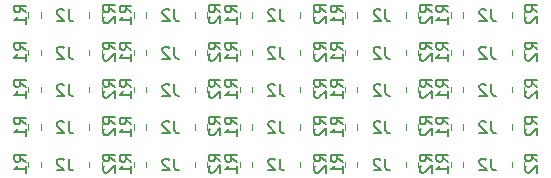
<source format=gbr>
%TF.GenerationSoftware,KiCad,Pcbnew,(6.0.7)*%
%TF.CreationDate,2023-04-05T23:06:48+08:00*%
%TF.ProjectId,MicroUSB2TypeC,4d696372-6f55-4534-9232-54797065432e,rev?*%
%TF.SameCoordinates,Original*%
%TF.FileFunction,Legend,Bot*%
%TF.FilePolarity,Positive*%
%FSLAX46Y46*%
G04 Gerber Fmt 4.6, Leading zero omitted, Abs format (unit mm)*
G04 Created by KiCad (PCBNEW (6.0.7)) date 2023-04-05 23:06:48*
%MOMM*%
%LPD*%
G01*
G04 APERTURE LIST*
%ADD10C,0.150000*%
%ADD11C,0.120000*%
G04 APERTURE END LIST*
D10*
%TO.C,R2*%
X188052380Y-93493333D02*
X187576190Y-93160000D01*
X188052380Y-92921904D02*
X187052380Y-92921904D01*
X187052380Y-93302857D01*
X187100000Y-93398095D01*
X187147619Y-93445714D01*
X187242857Y-93493333D01*
X187385714Y-93493333D01*
X187480952Y-93445714D01*
X187528571Y-93398095D01*
X187576190Y-93302857D01*
X187576190Y-92921904D01*
X187147619Y-93874285D02*
X187100000Y-93921904D01*
X187052380Y-94017142D01*
X187052380Y-94255238D01*
X187100000Y-94350476D01*
X187147619Y-94398095D01*
X187242857Y-94445714D01*
X187338095Y-94445714D01*
X187480952Y-94398095D01*
X188052380Y-93826666D01*
X188052380Y-94445714D01*
%TO.C,R1*%
X180522380Y-93513333D02*
X180046190Y-93180000D01*
X180522380Y-92941904D02*
X179522380Y-92941904D01*
X179522380Y-93322857D01*
X179570000Y-93418095D01*
X179617619Y-93465714D01*
X179712857Y-93513333D01*
X179855714Y-93513333D01*
X179950952Y-93465714D01*
X179998571Y-93418095D01*
X180046190Y-93322857D01*
X180046190Y-92941904D01*
X180522380Y-94465714D02*
X180522380Y-93894285D01*
X180522380Y-94180000D02*
X179522380Y-94180000D01*
X179665238Y-94084761D01*
X179760476Y-93989523D01*
X179808095Y-93894285D01*
%TO.C,J2*%
X184153333Y-93262380D02*
X184153333Y-93976666D01*
X184200952Y-94119523D01*
X184296190Y-94214761D01*
X184439047Y-94262380D01*
X184534285Y-94262380D01*
X183724761Y-93357619D02*
X183677142Y-93310000D01*
X183581904Y-93262380D01*
X183343809Y-93262380D01*
X183248571Y-93310000D01*
X183200952Y-93357619D01*
X183153333Y-93452857D01*
X183153333Y-93548095D01*
X183200952Y-93690952D01*
X183772380Y-94262380D01*
X183153333Y-94262380D01*
%TO.C,R2*%
X179112380Y-93493333D02*
X178636190Y-93160000D01*
X179112380Y-92921904D02*
X178112380Y-92921904D01*
X178112380Y-93302857D01*
X178160000Y-93398095D01*
X178207619Y-93445714D01*
X178302857Y-93493333D01*
X178445714Y-93493333D01*
X178540952Y-93445714D01*
X178588571Y-93398095D01*
X178636190Y-93302857D01*
X178636190Y-92921904D01*
X178207619Y-93874285D02*
X178160000Y-93921904D01*
X178112380Y-94017142D01*
X178112380Y-94255238D01*
X178160000Y-94350476D01*
X178207619Y-94398095D01*
X178302857Y-94445714D01*
X178398095Y-94445714D01*
X178540952Y-94398095D01*
X179112380Y-93826666D01*
X179112380Y-94445714D01*
%TO.C,R1*%
X171582380Y-93513333D02*
X171106190Y-93180000D01*
X171582380Y-92941904D02*
X170582380Y-92941904D01*
X170582380Y-93322857D01*
X170630000Y-93418095D01*
X170677619Y-93465714D01*
X170772857Y-93513333D01*
X170915714Y-93513333D01*
X171010952Y-93465714D01*
X171058571Y-93418095D01*
X171106190Y-93322857D01*
X171106190Y-92941904D01*
X171582380Y-94465714D02*
X171582380Y-93894285D01*
X171582380Y-94180000D02*
X170582380Y-94180000D01*
X170725238Y-94084761D01*
X170820476Y-93989523D01*
X170868095Y-93894285D01*
%TO.C,J2*%
X175213333Y-93262380D02*
X175213333Y-93976666D01*
X175260952Y-94119523D01*
X175356190Y-94214761D01*
X175499047Y-94262380D01*
X175594285Y-94262380D01*
X174784761Y-93357619D02*
X174737142Y-93310000D01*
X174641904Y-93262380D01*
X174403809Y-93262380D01*
X174308571Y-93310000D01*
X174260952Y-93357619D01*
X174213333Y-93452857D01*
X174213333Y-93548095D01*
X174260952Y-93690952D01*
X174832380Y-94262380D01*
X174213333Y-94262380D01*
%TO.C,R2*%
X170172380Y-93493333D02*
X169696190Y-93160000D01*
X170172380Y-92921904D02*
X169172380Y-92921904D01*
X169172380Y-93302857D01*
X169220000Y-93398095D01*
X169267619Y-93445714D01*
X169362857Y-93493333D01*
X169505714Y-93493333D01*
X169600952Y-93445714D01*
X169648571Y-93398095D01*
X169696190Y-93302857D01*
X169696190Y-92921904D01*
X169267619Y-93874285D02*
X169220000Y-93921904D01*
X169172380Y-94017142D01*
X169172380Y-94255238D01*
X169220000Y-94350476D01*
X169267619Y-94398095D01*
X169362857Y-94445714D01*
X169458095Y-94445714D01*
X169600952Y-94398095D01*
X170172380Y-93826666D01*
X170172380Y-94445714D01*
%TO.C,J2*%
X166273333Y-93262380D02*
X166273333Y-93976666D01*
X166320952Y-94119523D01*
X166416190Y-94214761D01*
X166559047Y-94262380D01*
X166654285Y-94262380D01*
X165844761Y-93357619D02*
X165797142Y-93310000D01*
X165701904Y-93262380D01*
X165463809Y-93262380D01*
X165368571Y-93310000D01*
X165320952Y-93357619D01*
X165273333Y-93452857D01*
X165273333Y-93548095D01*
X165320952Y-93690952D01*
X165892380Y-94262380D01*
X165273333Y-94262380D01*
%TO.C,R1*%
X162642380Y-93513333D02*
X162166190Y-93180000D01*
X162642380Y-92941904D02*
X161642380Y-92941904D01*
X161642380Y-93322857D01*
X161690000Y-93418095D01*
X161737619Y-93465714D01*
X161832857Y-93513333D01*
X161975714Y-93513333D01*
X162070952Y-93465714D01*
X162118571Y-93418095D01*
X162166190Y-93322857D01*
X162166190Y-92941904D01*
X162642380Y-94465714D02*
X162642380Y-93894285D01*
X162642380Y-94180000D02*
X161642380Y-94180000D01*
X161785238Y-94084761D01*
X161880476Y-93989523D01*
X161928095Y-93894285D01*
%TO.C,R2*%
X161232380Y-93493333D02*
X160756190Y-93160000D01*
X161232380Y-92921904D02*
X160232380Y-92921904D01*
X160232380Y-93302857D01*
X160280000Y-93398095D01*
X160327619Y-93445714D01*
X160422857Y-93493333D01*
X160565714Y-93493333D01*
X160660952Y-93445714D01*
X160708571Y-93398095D01*
X160756190Y-93302857D01*
X160756190Y-92921904D01*
X160327619Y-93874285D02*
X160280000Y-93921904D01*
X160232380Y-94017142D01*
X160232380Y-94255238D01*
X160280000Y-94350476D01*
X160327619Y-94398095D01*
X160422857Y-94445714D01*
X160518095Y-94445714D01*
X160660952Y-94398095D01*
X161232380Y-93826666D01*
X161232380Y-94445714D01*
%TO.C,R1*%
X153702380Y-93513333D02*
X153226190Y-93180000D01*
X153702380Y-92941904D02*
X152702380Y-92941904D01*
X152702380Y-93322857D01*
X152750000Y-93418095D01*
X152797619Y-93465714D01*
X152892857Y-93513333D01*
X153035714Y-93513333D01*
X153130952Y-93465714D01*
X153178571Y-93418095D01*
X153226190Y-93322857D01*
X153226190Y-92941904D01*
X153702380Y-94465714D02*
X153702380Y-93894285D01*
X153702380Y-94180000D02*
X152702380Y-94180000D01*
X152845238Y-94084761D01*
X152940476Y-93989523D01*
X152988095Y-93894285D01*
%TO.C,J2*%
X157333333Y-93262380D02*
X157333333Y-93976666D01*
X157380952Y-94119523D01*
X157476190Y-94214761D01*
X157619047Y-94262380D01*
X157714285Y-94262380D01*
X156904761Y-93357619D02*
X156857142Y-93310000D01*
X156761904Y-93262380D01*
X156523809Y-93262380D01*
X156428571Y-93310000D01*
X156380952Y-93357619D01*
X156333333Y-93452857D01*
X156333333Y-93548095D01*
X156380952Y-93690952D01*
X156952380Y-94262380D01*
X156333333Y-94262380D01*
%TO.C,R1*%
X144762380Y-93513333D02*
X144286190Y-93180000D01*
X144762380Y-92941904D02*
X143762380Y-92941904D01*
X143762380Y-93322857D01*
X143810000Y-93418095D01*
X143857619Y-93465714D01*
X143952857Y-93513333D01*
X144095714Y-93513333D01*
X144190952Y-93465714D01*
X144238571Y-93418095D01*
X144286190Y-93322857D01*
X144286190Y-92941904D01*
X144762380Y-94465714D02*
X144762380Y-93894285D01*
X144762380Y-94180000D02*
X143762380Y-94180000D01*
X143905238Y-94084761D01*
X144000476Y-93989523D01*
X144048095Y-93894285D01*
%TO.C,J2*%
X148393333Y-93262380D02*
X148393333Y-93976666D01*
X148440952Y-94119523D01*
X148536190Y-94214761D01*
X148679047Y-94262380D01*
X148774285Y-94262380D01*
X147964761Y-93357619D02*
X147917142Y-93310000D01*
X147821904Y-93262380D01*
X147583809Y-93262380D01*
X147488571Y-93310000D01*
X147440952Y-93357619D01*
X147393333Y-93452857D01*
X147393333Y-93548095D01*
X147440952Y-93690952D01*
X148012380Y-94262380D01*
X147393333Y-94262380D01*
%TO.C,R2*%
X152292380Y-93493333D02*
X151816190Y-93160000D01*
X152292380Y-92921904D02*
X151292380Y-92921904D01*
X151292380Y-93302857D01*
X151340000Y-93398095D01*
X151387619Y-93445714D01*
X151482857Y-93493333D01*
X151625714Y-93493333D01*
X151720952Y-93445714D01*
X151768571Y-93398095D01*
X151816190Y-93302857D01*
X151816190Y-92921904D01*
X151387619Y-93874285D02*
X151340000Y-93921904D01*
X151292380Y-94017142D01*
X151292380Y-94255238D01*
X151340000Y-94350476D01*
X151387619Y-94398095D01*
X151482857Y-94445714D01*
X151578095Y-94445714D01*
X151720952Y-94398095D01*
X152292380Y-93826666D01*
X152292380Y-94445714D01*
X188052380Y-90333333D02*
X187576190Y-90000000D01*
X188052380Y-89761904D02*
X187052380Y-89761904D01*
X187052380Y-90142857D01*
X187100000Y-90238095D01*
X187147619Y-90285714D01*
X187242857Y-90333333D01*
X187385714Y-90333333D01*
X187480952Y-90285714D01*
X187528571Y-90238095D01*
X187576190Y-90142857D01*
X187576190Y-89761904D01*
X187147619Y-90714285D02*
X187100000Y-90761904D01*
X187052380Y-90857142D01*
X187052380Y-91095238D01*
X187100000Y-91190476D01*
X187147619Y-91238095D01*
X187242857Y-91285714D01*
X187338095Y-91285714D01*
X187480952Y-91238095D01*
X188052380Y-90666666D01*
X188052380Y-91285714D01*
%TO.C,R1*%
X180522380Y-90353333D02*
X180046190Y-90020000D01*
X180522380Y-89781904D02*
X179522380Y-89781904D01*
X179522380Y-90162857D01*
X179570000Y-90258095D01*
X179617619Y-90305714D01*
X179712857Y-90353333D01*
X179855714Y-90353333D01*
X179950952Y-90305714D01*
X179998571Y-90258095D01*
X180046190Y-90162857D01*
X180046190Y-89781904D01*
X180522380Y-91305714D02*
X180522380Y-90734285D01*
X180522380Y-91020000D02*
X179522380Y-91020000D01*
X179665238Y-90924761D01*
X179760476Y-90829523D01*
X179808095Y-90734285D01*
%TO.C,J2*%
X184153333Y-90102380D02*
X184153333Y-90816666D01*
X184200952Y-90959523D01*
X184296190Y-91054761D01*
X184439047Y-91102380D01*
X184534285Y-91102380D01*
X183724761Y-90197619D02*
X183677142Y-90150000D01*
X183581904Y-90102380D01*
X183343809Y-90102380D01*
X183248571Y-90150000D01*
X183200952Y-90197619D01*
X183153333Y-90292857D01*
X183153333Y-90388095D01*
X183200952Y-90530952D01*
X183772380Y-91102380D01*
X183153333Y-91102380D01*
%TO.C,R2*%
X179112380Y-90333333D02*
X178636190Y-90000000D01*
X179112380Y-89761904D02*
X178112380Y-89761904D01*
X178112380Y-90142857D01*
X178160000Y-90238095D01*
X178207619Y-90285714D01*
X178302857Y-90333333D01*
X178445714Y-90333333D01*
X178540952Y-90285714D01*
X178588571Y-90238095D01*
X178636190Y-90142857D01*
X178636190Y-89761904D01*
X178207619Y-90714285D02*
X178160000Y-90761904D01*
X178112380Y-90857142D01*
X178112380Y-91095238D01*
X178160000Y-91190476D01*
X178207619Y-91238095D01*
X178302857Y-91285714D01*
X178398095Y-91285714D01*
X178540952Y-91238095D01*
X179112380Y-90666666D01*
X179112380Y-91285714D01*
%TO.C,R1*%
X171582380Y-90353333D02*
X171106190Y-90020000D01*
X171582380Y-89781904D02*
X170582380Y-89781904D01*
X170582380Y-90162857D01*
X170630000Y-90258095D01*
X170677619Y-90305714D01*
X170772857Y-90353333D01*
X170915714Y-90353333D01*
X171010952Y-90305714D01*
X171058571Y-90258095D01*
X171106190Y-90162857D01*
X171106190Y-89781904D01*
X171582380Y-91305714D02*
X171582380Y-90734285D01*
X171582380Y-91020000D02*
X170582380Y-91020000D01*
X170725238Y-90924761D01*
X170820476Y-90829523D01*
X170868095Y-90734285D01*
%TO.C,J2*%
X175213333Y-90102380D02*
X175213333Y-90816666D01*
X175260952Y-90959523D01*
X175356190Y-91054761D01*
X175499047Y-91102380D01*
X175594285Y-91102380D01*
X174784761Y-90197619D02*
X174737142Y-90150000D01*
X174641904Y-90102380D01*
X174403809Y-90102380D01*
X174308571Y-90150000D01*
X174260952Y-90197619D01*
X174213333Y-90292857D01*
X174213333Y-90388095D01*
X174260952Y-90530952D01*
X174832380Y-91102380D01*
X174213333Y-91102380D01*
%TO.C,R2*%
X170172380Y-90333333D02*
X169696190Y-90000000D01*
X170172380Y-89761904D02*
X169172380Y-89761904D01*
X169172380Y-90142857D01*
X169220000Y-90238095D01*
X169267619Y-90285714D01*
X169362857Y-90333333D01*
X169505714Y-90333333D01*
X169600952Y-90285714D01*
X169648571Y-90238095D01*
X169696190Y-90142857D01*
X169696190Y-89761904D01*
X169267619Y-90714285D02*
X169220000Y-90761904D01*
X169172380Y-90857142D01*
X169172380Y-91095238D01*
X169220000Y-91190476D01*
X169267619Y-91238095D01*
X169362857Y-91285714D01*
X169458095Y-91285714D01*
X169600952Y-91238095D01*
X170172380Y-90666666D01*
X170172380Y-91285714D01*
%TO.C,R1*%
X162642380Y-90353333D02*
X162166190Y-90020000D01*
X162642380Y-89781904D02*
X161642380Y-89781904D01*
X161642380Y-90162857D01*
X161690000Y-90258095D01*
X161737619Y-90305714D01*
X161832857Y-90353333D01*
X161975714Y-90353333D01*
X162070952Y-90305714D01*
X162118571Y-90258095D01*
X162166190Y-90162857D01*
X162166190Y-89781904D01*
X162642380Y-91305714D02*
X162642380Y-90734285D01*
X162642380Y-91020000D02*
X161642380Y-91020000D01*
X161785238Y-90924761D01*
X161880476Y-90829523D01*
X161928095Y-90734285D01*
%TO.C,J2*%
X166273333Y-90102380D02*
X166273333Y-90816666D01*
X166320952Y-90959523D01*
X166416190Y-91054761D01*
X166559047Y-91102380D01*
X166654285Y-91102380D01*
X165844761Y-90197619D02*
X165797142Y-90150000D01*
X165701904Y-90102380D01*
X165463809Y-90102380D01*
X165368571Y-90150000D01*
X165320952Y-90197619D01*
X165273333Y-90292857D01*
X165273333Y-90388095D01*
X165320952Y-90530952D01*
X165892380Y-91102380D01*
X165273333Y-91102380D01*
%TO.C,R2*%
X161232380Y-90333333D02*
X160756190Y-90000000D01*
X161232380Y-89761904D02*
X160232380Y-89761904D01*
X160232380Y-90142857D01*
X160280000Y-90238095D01*
X160327619Y-90285714D01*
X160422857Y-90333333D01*
X160565714Y-90333333D01*
X160660952Y-90285714D01*
X160708571Y-90238095D01*
X160756190Y-90142857D01*
X160756190Y-89761904D01*
X160327619Y-90714285D02*
X160280000Y-90761904D01*
X160232380Y-90857142D01*
X160232380Y-91095238D01*
X160280000Y-91190476D01*
X160327619Y-91238095D01*
X160422857Y-91285714D01*
X160518095Y-91285714D01*
X160660952Y-91238095D01*
X161232380Y-90666666D01*
X161232380Y-91285714D01*
%TO.C,R1*%
X153702380Y-90353333D02*
X153226190Y-90020000D01*
X153702380Y-89781904D02*
X152702380Y-89781904D01*
X152702380Y-90162857D01*
X152750000Y-90258095D01*
X152797619Y-90305714D01*
X152892857Y-90353333D01*
X153035714Y-90353333D01*
X153130952Y-90305714D01*
X153178571Y-90258095D01*
X153226190Y-90162857D01*
X153226190Y-89781904D01*
X153702380Y-91305714D02*
X153702380Y-90734285D01*
X153702380Y-91020000D02*
X152702380Y-91020000D01*
X152845238Y-90924761D01*
X152940476Y-90829523D01*
X152988095Y-90734285D01*
%TO.C,J2*%
X157333333Y-90102380D02*
X157333333Y-90816666D01*
X157380952Y-90959523D01*
X157476190Y-91054761D01*
X157619047Y-91102380D01*
X157714285Y-91102380D01*
X156904761Y-90197619D02*
X156857142Y-90150000D01*
X156761904Y-90102380D01*
X156523809Y-90102380D01*
X156428571Y-90150000D01*
X156380952Y-90197619D01*
X156333333Y-90292857D01*
X156333333Y-90388095D01*
X156380952Y-90530952D01*
X156952380Y-91102380D01*
X156333333Y-91102380D01*
%TO.C,R2*%
X152292380Y-90333333D02*
X151816190Y-90000000D01*
X152292380Y-89761904D02*
X151292380Y-89761904D01*
X151292380Y-90142857D01*
X151340000Y-90238095D01*
X151387619Y-90285714D01*
X151482857Y-90333333D01*
X151625714Y-90333333D01*
X151720952Y-90285714D01*
X151768571Y-90238095D01*
X151816190Y-90142857D01*
X151816190Y-89761904D01*
X151387619Y-90714285D02*
X151340000Y-90761904D01*
X151292380Y-90857142D01*
X151292380Y-91095238D01*
X151340000Y-91190476D01*
X151387619Y-91238095D01*
X151482857Y-91285714D01*
X151578095Y-91285714D01*
X151720952Y-91238095D01*
X152292380Y-90666666D01*
X152292380Y-91285714D01*
%TO.C,R1*%
X144762380Y-90353333D02*
X144286190Y-90020000D01*
X144762380Y-89781904D02*
X143762380Y-89781904D01*
X143762380Y-90162857D01*
X143810000Y-90258095D01*
X143857619Y-90305714D01*
X143952857Y-90353333D01*
X144095714Y-90353333D01*
X144190952Y-90305714D01*
X144238571Y-90258095D01*
X144286190Y-90162857D01*
X144286190Y-89781904D01*
X144762380Y-91305714D02*
X144762380Y-90734285D01*
X144762380Y-91020000D02*
X143762380Y-91020000D01*
X143905238Y-90924761D01*
X144000476Y-90829523D01*
X144048095Y-90734285D01*
%TO.C,J2*%
X148393333Y-90102380D02*
X148393333Y-90816666D01*
X148440952Y-90959523D01*
X148536190Y-91054761D01*
X148679047Y-91102380D01*
X148774285Y-91102380D01*
X147964761Y-90197619D02*
X147917142Y-90150000D01*
X147821904Y-90102380D01*
X147583809Y-90102380D01*
X147488571Y-90150000D01*
X147440952Y-90197619D01*
X147393333Y-90292857D01*
X147393333Y-90388095D01*
X147440952Y-90530952D01*
X148012380Y-91102380D01*
X147393333Y-91102380D01*
%TO.C,R2*%
X188052380Y-87173333D02*
X187576190Y-86840000D01*
X188052380Y-86601904D02*
X187052380Y-86601904D01*
X187052380Y-86982857D01*
X187100000Y-87078095D01*
X187147619Y-87125714D01*
X187242857Y-87173333D01*
X187385714Y-87173333D01*
X187480952Y-87125714D01*
X187528571Y-87078095D01*
X187576190Y-86982857D01*
X187576190Y-86601904D01*
X187147619Y-87554285D02*
X187100000Y-87601904D01*
X187052380Y-87697142D01*
X187052380Y-87935238D01*
X187100000Y-88030476D01*
X187147619Y-88078095D01*
X187242857Y-88125714D01*
X187338095Y-88125714D01*
X187480952Y-88078095D01*
X188052380Y-87506666D01*
X188052380Y-88125714D01*
%TO.C,R1*%
X180522380Y-87193333D02*
X180046190Y-86860000D01*
X180522380Y-86621904D02*
X179522380Y-86621904D01*
X179522380Y-87002857D01*
X179570000Y-87098095D01*
X179617619Y-87145714D01*
X179712857Y-87193333D01*
X179855714Y-87193333D01*
X179950952Y-87145714D01*
X179998571Y-87098095D01*
X180046190Y-87002857D01*
X180046190Y-86621904D01*
X180522380Y-88145714D02*
X180522380Y-87574285D01*
X180522380Y-87860000D02*
X179522380Y-87860000D01*
X179665238Y-87764761D01*
X179760476Y-87669523D01*
X179808095Y-87574285D01*
%TO.C,J2*%
X184153333Y-86942380D02*
X184153333Y-87656666D01*
X184200952Y-87799523D01*
X184296190Y-87894761D01*
X184439047Y-87942380D01*
X184534285Y-87942380D01*
X183724761Y-87037619D02*
X183677142Y-86990000D01*
X183581904Y-86942380D01*
X183343809Y-86942380D01*
X183248571Y-86990000D01*
X183200952Y-87037619D01*
X183153333Y-87132857D01*
X183153333Y-87228095D01*
X183200952Y-87370952D01*
X183772380Y-87942380D01*
X183153333Y-87942380D01*
%TO.C,R2*%
X179112380Y-87173333D02*
X178636190Y-86840000D01*
X179112380Y-86601904D02*
X178112380Y-86601904D01*
X178112380Y-86982857D01*
X178160000Y-87078095D01*
X178207619Y-87125714D01*
X178302857Y-87173333D01*
X178445714Y-87173333D01*
X178540952Y-87125714D01*
X178588571Y-87078095D01*
X178636190Y-86982857D01*
X178636190Y-86601904D01*
X178207619Y-87554285D02*
X178160000Y-87601904D01*
X178112380Y-87697142D01*
X178112380Y-87935238D01*
X178160000Y-88030476D01*
X178207619Y-88078095D01*
X178302857Y-88125714D01*
X178398095Y-88125714D01*
X178540952Y-88078095D01*
X179112380Y-87506666D01*
X179112380Y-88125714D01*
%TO.C,R1*%
X171582380Y-87193333D02*
X171106190Y-86860000D01*
X171582380Y-86621904D02*
X170582380Y-86621904D01*
X170582380Y-87002857D01*
X170630000Y-87098095D01*
X170677619Y-87145714D01*
X170772857Y-87193333D01*
X170915714Y-87193333D01*
X171010952Y-87145714D01*
X171058571Y-87098095D01*
X171106190Y-87002857D01*
X171106190Y-86621904D01*
X171582380Y-88145714D02*
X171582380Y-87574285D01*
X171582380Y-87860000D02*
X170582380Y-87860000D01*
X170725238Y-87764761D01*
X170820476Y-87669523D01*
X170868095Y-87574285D01*
%TO.C,J2*%
X175213333Y-86942380D02*
X175213333Y-87656666D01*
X175260952Y-87799523D01*
X175356190Y-87894761D01*
X175499047Y-87942380D01*
X175594285Y-87942380D01*
X174784761Y-87037619D02*
X174737142Y-86990000D01*
X174641904Y-86942380D01*
X174403809Y-86942380D01*
X174308571Y-86990000D01*
X174260952Y-87037619D01*
X174213333Y-87132857D01*
X174213333Y-87228095D01*
X174260952Y-87370952D01*
X174832380Y-87942380D01*
X174213333Y-87942380D01*
%TO.C,R2*%
X170172380Y-87173333D02*
X169696190Y-86840000D01*
X170172380Y-86601904D02*
X169172380Y-86601904D01*
X169172380Y-86982857D01*
X169220000Y-87078095D01*
X169267619Y-87125714D01*
X169362857Y-87173333D01*
X169505714Y-87173333D01*
X169600952Y-87125714D01*
X169648571Y-87078095D01*
X169696190Y-86982857D01*
X169696190Y-86601904D01*
X169267619Y-87554285D02*
X169220000Y-87601904D01*
X169172380Y-87697142D01*
X169172380Y-87935238D01*
X169220000Y-88030476D01*
X169267619Y-88078095D01*
X169362857Y-88125714D01*
X169458095Y-88125714D01*
X169600952Y-88078095D01*
X170172380Y-87506666D01*
X170172380Y-88125714D01*
%TO.C,R1*%
X162642380Y-87193333D02*
X162166190Y-86860000D01*
X162642380Y-86621904D02*
X161642380Y-86621904D01*
X161642380Y-87002857D01*
X161690000Y-87098095D01*
X161737619Y-87145714D01*
X161832857Y-87193333D01*
X161975714Y-87193333D01*
X162070952Y-87145714D01*
X162118571Y-87098095D01*
X162166190Y-87002857D01*
X162166190Y-86621904D01*
X162642380Y-88145714D02*
X162642380Y-87574285D01*
X162642380Y-87860000D02*
X161642380Y-87860000D01*
X161785238Y-87764761D01*
X161880476Y-87669523D01*
X161928095Y-87574285D01*
%TO.C,J2*%
X166273333Y-86942380D02*
X166273333Y-87656666D01*
X166320952Y-87799523D01*
X166416190Y-87894761D01*
X166559047Y-87942380D01*
X166654285Y-87942380D01*
X165844761Y-87037619D02*
X165797142Y-86990000D01*
X165701904Y-86942380D01*
X165463809Y-86942380D01*
X165368571Y-86990000D01*
X165320952Y-87037619D01*
X165273333Y-87132857D01*
X165273333Y-87228095D01*
X165320952Y-87370952D01*
X165892380Y-87942380D01*
X165273333Y-87942380D01*
%TO.C,R2*%
X161232380Y-87173333D02*
X160756190Y-86840000D01*
X161232380Y-86601904D02*
X160232380Y-86601904D01*
X160232380Y-86982857D01*
X160280000Y-87078095D01*
X160327619Y-87125714D01*
X160422857Y-87173333D01*
X160565714Y-87173333D01*
X160660952Y-87125714D01*
X160708571Y-87078095D01*
X160756190Y-86982857D01*
X160756190Y-86601904D01*
X160327619Y-87554285D02*
X160280000Y-87601904D01*
X160232380Y-87697142D01*
X160232380Y-87935238D01*
X160280000Y-88030476D01*
X160327619Y-88078095D01*
X160422857Y-88125714D01*
X160518095Y-88125714D01*
X160660952Y-88078095D01*
X161232380Y-87506666D01*
X161232380Y-88125714D01*
%TO.C,R1*%
X153702380Y-87193333D02*
X153226190Y-86860000D01*
X153702380Y-86621904D02*
X152702380Y-86621904D01*
X152702380Y-87002857D01*
X152750000Y-87098095D01*
X152797619Y-87145714D01*
X152892857Y-87193333D01*
X153035714Y-87193333D01*
X153130952Y-87145714D01*
X153178571Y-87098095D01*
X153226190Y-87002857D01*
X153226190Y-86621904D01*
X153702380Y-88145714D02*
X153702380Y-87574285D01*
X153702380Y-87860000D02*
X152702380Y-87860000D01*
X152845238Y-87764761D01*
X152940476Y-87669523D01*
X152988095Y-87574285D01*
%TO.C,J2*%
X157333333Y-86942380D02*
X157333333Y-87656666D01*
X157380952Y-87799523D01*
X157476190Y-87894761D01*
X157619047Y-87942380D01*
X157714285Y-87942380D01*
X156904761Y-87037619D02*
X156857142Y-86990000D01*
X156761904Y-86942380D01*
X156523809Y-86942380D01*
X156428571Y-86990000D01*
X156380952Y-87037619D01*
X156333333Y-87132857D01*
X156333333Y-87228095D01*
X156380952Y-87370952D01*
X156952380Y-87942380D01*
X156333333Y-87942380D01*
%TO.C,R2*%
X152292380Y-87173333D02*
X151816190Y-86840000D01*
X152292380Y-86601904D02*
X151292380Y-86601904D01*
X151292380Y-86982857D01*
X151340000Y-87078095D01*
X151387619Y-87125714D01*
X151482857Y-87173333D01*
X151625714Y-87173333D01*
X151720952Y-87125714D01*
X151768571Y-87078095D01*
X151816190Y-86982857D01*
X151816190Y-86601904D01*
X151387619Y-87554285D02*
X151340000Y-87601904D01*
X151292380Y-87697142D01*
X151292380Y-87935238D01*
X151340000Y-88030476D01*
X151387619Y-88078095D01*
X151482857Y-88125714D01*
X151578095Y-88125714D01*
X151720952Y-88078095D01*
X152292380Y-87506666D01*
X152292380Y-88125714D01*
%TO.C,R1*%
X144762380Y-87193333D02*
X144286190Y-86860000D01*
X144762380Y-86621904D02*
X143762380Y-86621904D01*
X143762380Y-87002857D01*
X143810000Y-87098095D01*
X143857619Y-87145714D01*
X143952857Y-87193333D01*
X144095714Y-87193333D01*
X144190952Y-87145714D01*
X144238571Y-87098095D01*
X144286190Y-87002857D01*
X144286190Y-86621904D01*
X144762380Y-88145714D02*
X144762380Y-87574285D01*
X144762380Y-87860000D02*
X143762380Y-87860000D01*
X143905238Y-87764761D01*
X144000476Y-87669523D01*
X144048095Y-87574285D01*
%TO.C,J2*%
X148393333Y-86942380D02*
X148393333Y-87656666D01*
X148440952Y-87799523D01*
X148536190Y-87894761D01*
X148679047Y-87942380D01*
X148774285Y-87942380D01*
X147964761Y-87037619D02*
X147917142Y-86990000D01*
X147821904Y-86942380D01*
X147583809Y-86942380D01*
X147488571Y-86990000D01*
X147440952Y-87037619D01*
X147393333Y-87132857D01*
X147393333Y-87228095D01*
X147440952Y-87370952D01*
X148012380Y-87942380D01*
X147393333Y-87942380D01*
%TO.C,R2*%
X188052380Y-84013333D02*
X187576190Y-83680000D01*
X188052380Y-83441904D02*
X187052380Y-83441904D01*
X187052380Y-83822857D01*
X187100000Y-83918095D01*
X187147619Y-83965714D01*
X187242857Y-84013333D01*
X187385714Y-84013333D01*
X187480952Y-83965714D01*
X187528571Y-83918095D01*
X187576190Y-83822857D01*
X187576190Y-83441904D01*
X187147619Y-84394285D02*
X187100000Y-84441904D01*
X187052380Y-84537142D01*
X187052380Y-84775238D01*
X187100000Y-84870476D01*
X187147619Y-84918095D01*
X187242857Y-84965714D01*
X187338095Y-84965714D01*
X187480952Y-84918095D01*
X188052380Y-84346666D01*
X188052380Y-84965714D01*
%TO.C,R1*%
X180522380Y-84033333D02*
X180046190Y-83700000D01*
X180522380Y-83461904D02*
X179522380Y-83461904D01*
X179522380Y-83842857D01*
X179570000Y-83938095D01*
X179617619Y-83985714D01*
X179712857Y-84033333D01*
X179855714Y-84033333D01*
X179950952Y-83985714D01*
X179998571Y-83938095D01*
X180046190Y-83842857D01*
X180046190Y-83461904D01*
X180522380Y-84985714D02*
X180522380Y-84414285D01*
X180522380Y-84700000D02*
X179522380Y-84700000D01*
X179665238Y-84604761D01*
X179760476Y-84509523D01*
X179808095Y-84414285D01*
%TO.C,J2*%
X184153333Y-83782380D02*
X184153333Y-84496666D01*
X184200952Y-84639523D01*
X184296190Y-84734761D01*
X184439047Y-84782380D01*
X184534285Y-84782380D01*
X183724761Y-83877619D02*
X183677142Y-83830000D01*
X183581904Y-83782380D01*
X183343809Y-83782380D01*
X183248571Y-83830000D01*
X183200952Y-83877619D01*
X183153333Y-83972857D01*
X183153333Y-84068095D01*
X183200952Y-84210952D01*
X183772380Y-84782380D01*
X183153333Y-84782380D01*
%TO.C,R2*%
X179112380Y-84013333D02*
X178636190Y-83680000D01*
X179112380Y-83441904D02*
X178112380Y-83441904D01*
X178112380Y-83822857D01*
X178160000Y-83918095D01*
X178207619Y-83965714D01*
X178302857Y-84013333D01*
X178445714Y-84013333D01*
X178540952Y-83965714D01*
X178588571Y-83918095D01*
X178636190Y-83822857D01*
X178636190Y-83441904D01*
X178207619Y-84394285D02*
X178160000Y-84441904D01*
X178112380Y-84537142D01*
X178112380Y-84775238D01*
X178160000Y-84870476D01*
X178207619Y-84918095D01*
X178302857Y-84965714D01*
X178398095Y-84965714D01*
X178540952Y-84918095D01*
X179112380Y-84346666D01*
X179112380Y-84965714D01*
%TO.C,R1*%
X171582380Y-84033333D02*
X171106190Y-83700000D01*
X171582380Y-83461904D02*
X170582380Y-83461904D01*
X170582380Y-83842857D01*
X170630000Y-83938095D01*
X170677619Y-83985714D01*
X170772857Y-84033333D01*
X170915714Y-84033333D01*
X171010952Y-83985714D01*
X171058571Y-83938095D01*
X171106190Y-83842857D01*
X171106190Y-83461904D01*
X171582380Y-84985714D02*
X171582380Y-84414285D01*
X171582380Y-84700000D02*
X170582380Y-84700000D01*
X170725238Y-84604761D01*
X170820476Y-84509523D01*
X170868095Y-84414285D01*
%TO.C,J2*%
X175213333Y-83782380D02*
X175213333Y-84496666D01*
X175260952Y-84639523D01*
X175356190Y-84734761D01*
X175499047Y-84782380D01*
X175594285Y-84782380D01*
X174784761Y-83877619D02*
X174737142Y-83830000D01*
X174641904Y-83782380D01*
X174403809Y-83782380D01*
X174308571Y-83830000D01*
X174260952Y-83877619D01*
X174213333Y-83972857D01*
X174213333Y-84068095D01*
X174260952Y-84210952D01*
X174832380Y-84782380D01*
X174213333Y-84782380D01*
%TO.C,R2*%
X170172380Y-84013333D02*
X169696190Y-83680000D01*
X170172380Y-83441904D02*
X169172380Y-83441904D01*
X169172380Y-83822857D01*
X169220000Y-83918095D01*
X169267619Y-83965714D01*
X169362857Y-84013333D01*
X169505714Y-84013333D01*
X169600952Y-83965714D01*
X169648571Y-83918095D01*
X169696190Y-83822857D01*
X169696190Y-83441904D01*
X169267619Y-84394285D02*
X169220000Y-84441904D01*
X169172380Y-84537142D01*
X169172380Y-84775238D01*
X169220000Y-84870476D01*
X169267619Y-84918095D01*
X169362857Y-84965714D01*
X169458095Y-84965714D01*
X169600952Y-84918095D01*
X170172380Y-84346666D01*
X170172380Y-84965714D01*
%TO.C,R1*%
X162642380Y-84033333D02*
X162166190Y-83700000D01*
X162642380Y-83461904D02*
X161642380Y-83461904D01*
X161642380Y-83842857D01*
X161690000Y-83938095D01*
X161737619Y-83985714D01*
X161832857Y-84033333D01*
X161975714Y-84033333D01*
X162070952Y-83985714D01*
X162118571Y-83938095D01*
X162166190Y-83842857D01*
X162166190Y-83461904D01*
X162642380Y-84985714D02*
X162642380Y-84414285D01*
X162642380Y-84700000D02*
X161642380Y-84700000D01*
X161785238Y-84604761D01*
X161880476Y-84509523D01*
X161928095Y-84414285D01*
%TO.C,J2*%
X166273333Y-83782380D02*
X166273333Y-84496666D01*
X166320952Y-84639523D01*
X166416190Y-84734761D01*
X166559047Y-84782380D01*
X166654285Y-84782380D01*
X165844761Y-83877619D02*
X165797142Y-83830000D01*
X165701904Y-83782380D01*
X165463809Y-83782380D01*
X165368571Y-83830000D01*
X165320952Y-83877619D01*
X165273333Y-83972857D01*
X165273333Y-84068095D01*
X165320952Y-84210952D01*
X165892380Y-84782380D01*
X165273333Y-84782380D01*
%TO.C,R2*%
X161232380Y-84013333D02*
X160756190Y-83680000D01*
X161232380Y-83441904D02*
X160232380Y-83441904D01*
X160232380Y-83822857D01*
X160280000Y-83918095D01*
X160327619Y-83965714D01*
X160422857Y-84013333D01*
X160565714Y-84013333D01*
X160660952Y-83965714D01*
X160708571Y-83918095D01*
X160756190Y-83822857D01*
X160756190Y-83441904D01*
X160327619Y-84394285D02*
X160280000Y-84441904D01*
X160232380Y-84537142D01*
X160232380Y-84775238D01*
X160280000Y-84870476D01*
X160327619Y-84918095D01*
X160422857Y-84965714D01*
X160518095Y-84965714D01*
X160660952Y-84918095D01*
X161232380Y-84346666D01*
X161232380Y-84965714D01*
%TO.C,R1*%
X153702380Y-84033333D02*
X153226190Y-83700000D01*
X153702380Y-83461904D02*
X152702380Y-83461904D01*
X152702380Y-83842857D01*
X152750000Y-83938095D01*
X152797619Y-83985714D01*
X152892857Y-84033333D01*
X153035714Y-84033333D01*
X153130952Y-83985714D01*
X153178571Y-83938095D01*
X153226190Y-83842857D01*
X153226190Y-83461904D01*
X153702380Y-84985714D02*
X153702380Y-84414285D01*
X153702380Y-84700000D02*
X152702380Y-84700000D01*
X152845238Y-84604761D01*
X152940476Y-84509523D01*
X152988095Y-84414285D01*
%TO.C,J2*%
X157333333Y-83782380D02*
X157333333Y-84496666D01*
X157380952Y-84639523D01*
X157476190Y-84734761D01*
X157619047Y-84782380D01*
X157714285Y-84782380D01*
X156904761Y-83877619D02*
X156857142Y-83830000D01*
X156761904Y-83782380D01*
X156523809Y-83782380D01*
X156428571Y-83830000D01*
X156380952Y-83877619D01*
X156333333Y-83972857D01*
X156333333Y-84068095D01*
X156380952Y-84210952D01*
X156952380Y-84782380D01*
X156333333Y-84782380D01*
%TO.C,R2*%
X152292380Y-84013333D02*
X151816190Y-83680000D01*
X152292380Y-83441904D02*
X151292380Y-83441904D01*
X151292380Y-83822857D01*
X151340000Y-83918095D01*
X151387619Y-83965714D01*
X151482857Y-84013333D01*
X151625714Y-84013333D01*
X151720952Y-83965714D01*
X151768571Y-83918095D01*
X151816190Y-83822857D01*
X151816190Y-83441904D01*
X151387619Y-84394285D02*
X151340000Y-84441904D01*
X151292380Y-84537142D01*
X151292380Y-84775238D01*
X151340000Y-84870476D01*
X151387619Y-84918095D01*
X151482857Y-84965714D01*
X151578095Y-84965714D01*
X151720952Y-84918095D01*
X152292380Y-84346666D01*
X152292380Y-84965714D01*
%TO.C,R1*%
X144762380Y-84033333D02*
X144286190Y-83700000D01*
X144762380Y-83461904D02*
X143762380Y-83461904D01*
X143762380Y-83842857D01*
X143810000Y-83938095D01*
X143857619Y-83985714D01*
X143952857Y-84033333D01*
X144095714Y-84033333D01*
X144190952Y-83985714D01*
X144238571Y-83938095D01*
X144286190Y-83842857D01*
X144286190Y-83461904D01*
X144762380Y-84985714D02*
X144762380Y-84414285D01*
X144762380Y-84700000D02*
X143762380Y-84700000D01*
X143905238Y-84604761D01*
X144000476Y-84509523D01*
X144048095Y-84414285D01*
%TO.C,J2*%
X148393333Y-83782380D02*
X148393333Y-84496666D01*
X148440952Y-84639523D01*
X148536190Y-84734761D01*
X148679047Y-84782380D01*
X148774285Y-84782380D01*
X147964761Y-83877619D02*
X147917142Y-83830000D01*
X147821904Y-83782380D01*
X147583809Y-83782380D01*
X147488571Y-83830000D01*
X147440952Y-83877619D01*
X147393333Y-83972857D01*
X147393333Y-84068095D01*
X147440952Y-84210952D01*
X148012380Y-84782380D01*
X147393333Y-84782380D01*
%TO.C,R2*%
X188052380Y-80853333D02*
X187576190Y-80520000D01*
X188052380Y-80281904D02*
X187052380Y-80281904D01*
X187052380Y-80662857D01*
X187100000Y-80758095D01*
X187147619Y-80805714D01*
X187242857Y-80853333D01*
X187385714Y-80853333D01*
X187480952Y-80805714D01*
X187528571Y-80758095D01*
X187576190Y-80662857D01*
X187576190Y-80281904D01*
X187147619Y-81234285D02*
X187100000Y-81281904D01*
X187052380Y-81377142D01*
X187052380Y-81615238D01*
X187100000Y-81710476D01*
X187147619Y-81758095D01*
X187242857Y-81805714D01*
X187338095Y-81805714D01*
X187480952Y-81758095D01*
X188052380Y-81186666D01*
X188052380Y-81805714D01*
%TO.C,R1*%
X180522380Y-80873333D02*
X180046190Y-80540000D01*
X180522380Y-80301904D02*
X179522380Y-80301904D01*
X179522380Y-80682857D01*
X179570000Y-80778095D01*
X179617619Y-80825714D01*
X179712857Y-80873333D01*
X179855714Y-80873333D01*
X179950952Y-80825714D01*
X179998571Y-80778095D01*
X180046190Y-80682857D01*
X180046190Y-80301904D01*
X180522380Y-81825714D02*
X180522380Y-81254285D01*
X180522380Y-81540000D02*
X179522380Y-81540000D01*
X179665238Y-81444761D01*
X179760476Y-81349523D01*
X179808095Y-81254285D01*
%TO.C,J2*%
X184153333Y-80622380D02*
X184153333Y-81336666D01*
X184200952Y-81479523D01*
X184296190Y-81574761D01*
X184439047Y-81622380D01*
X184534285Y-81622380D01*
X183724761Y-80717619D02*
X183677142Y-80670000D01*
X183581904Y-80622380D01*
X183343809Y-80622380D01*
X183248571Y-80670000D01*
X183200952Y-80717619D01*
X183153333Y-80812857D01*
X183153333Y-80908095D01*
X183200952Y-81050952D01*
X183772380Y-81622380D01*
X183153333Y-81622380D01*
%TO.C,R2*%
X179112380Y-80853333D02*
X178636190Y-80520000D01*
X179112380Y-80281904D02*
X178112380Y-80281904D01*
X178112380Y-80662857D01*
X178160000Y-80758095D01*
X178207619Y-80805714D01*
X178302857Y-80853333D01*
X178445714Y-80853333D01*
X178540952Y-80805714D01*
X178588571Y-80758095D01*
X178636190Y-80662857D01*
X178636190Y-80281904D01*
X178207619Y-81234285D02*
X178160000Y-81281904D01*
X178112380Y-81377142D01*
X178112380Y-81615238D01*
X178160000Y-81710476D01*
X178207619Y-81758095D01*
X178302857Y-81805714D01*
X178398095Y-81805714D01*
X178540952Y-81758095D01*
X179112380Y-81186666D01*
X179112380Y-81805714D01*
%TO.C,R1*%
X171582380Y-80873333D02*
X171106190Y-80540000D01*
X171582380Y-80301904D02*
X170582380Y-80301904D01*
X170582380Y-80682857D01*
X170630000Y-80778095D01*
X170677619Y-80825714D01*
X170772857Y-80873333D01*
X170915714Y-80873333D01*
X171010952Y-80825714D01*
X171058571Y-80778095D01*
X171106190Y-80682857D01*
X171106190Y-80301904D01*
X171582380Y-81825714D02*
X171582380Y-81254285D01*
X171582380Y-81540000D02*
X170582380Y-81540000D01*
X170725238Y-81444761D01*
X170820476Y-81349523D01*
X170868095Y-81254285D01*
%TO.C,J2*%
X175213333Y-80622380D02*
X175213333Y-81336666D01*
X175260952Y-81479523D01*
X175356190Y-81574761D01*
X175499047Y-81622380D01*
X175594285Y-81622380D01*
X174784761Y-80717619D02*
X174737142Y-80670000D01*
X174641904Y-80622380D01*
X174403809Y-80622380D01*
X174308571Y-80670000D01*
X174260952Y-80717619D01*
X174213333Y-80812857D01*
X174213333Y-80908095D01*
X174260952Y-81050952D01*
X174832380Y-81622380D01*
X174213333Y-81622380D01*
%TO.C,R2*%
X170172380Y-80853333D02*
X169696190Y-80520000D01*
X170172380Y-80281904D02*
X169172380Y-80281904D01*
X169172380Y-80662857D01*
X169220000Y-80758095D01*
X169267619Y-80805714D01*
X169362857Y-80853333D01*
X169505714Y-80853333D01*
X169600952Y-80805714D01*
X169648571Y-80758095D01*
X169696190Y-80662857D01*
X169696190Y-80281904D01*
X169267619Y-81234285D02*
X169220000Y-81281904D01*
X169172380Y-81377142D01*
X169172380Y-81615238D01*
X169220000Y-81710476D01*
X169267619Y-81758095D01*
X169362857Y-81805714D01*
X169458095Y-81805714D01*
X169600952Y-81758095D01*
X170172380Y-81186666D01*
X170172380Y-81805714D01*
%TO.C,R1*%
X162642380Y-80873333D02*
X162166190Y-80540000D01*
X162642380Y-80301904D02*
X161642380Y-80301904D01*
X161642380Y-80682857D01*
X161690000Y-80778095D01*
X161737619Y-80825714D01*
X161832857Y-80873333D01*
X161975714Y-80873333D01*
X162070952Y-80825714D01*
X162118571Y-80778095D01*
X162166190Y-80682857D01*
X162166190Y-80301904D01*
X162642380Y-81825714D02*
X162642380Y-81254285D01*
X162642380Y-81540000D02*
X161642380Y-81540000D01*
X161785238Y-81444761D01*
X161880476Y-81349523D01*
X161928095Y-81254285D01*
%TO.C,J2*%
X166273333Y-80622380D02*
X166273333Y-81336666D01*
X166320952Y-81479523D01*
X166416190Y-81574761D01*
X166559047Y-81622380D01*
X166654285Y-81622380D01*
X165844761Y-80717619D02*
X165797142Y-80670000D01*
X165701904Y-80622380D01*
X165463809Y-80622380D01*
X165368571Y-80670000D01*
X165320952Y-80717619D01*
X165273333Y-80812857D01*
X165273333Y-80908095D01*
X165320952Y-81050952D01*
X165892380Y-81622380D01*
X165273333Y-81622380D01*
%TO.C,R2*%
X161232380Y-80853333D02*
X160756190Y-80520000D01*
X161232380Y-80281904D02*
X160232380Y-80281904D01*
X160232380Y-80662857D01*
X160280000Y-80758095D01*
X160327619Y-80805714D01*
X160422857Y-80853333D01*
X160565714Y-80853333D01*
X160660952Y-80805714D01*
X160708571Y-80758095D01*
X160756190Y-80662857D01*
X160756190Y-80281904D01*
X160327619Y-81234285D02*
X160280000Y-81281904D01*
X160232380Y-81377142D01*
X160232380Y-81615238D01*
X160280000Y-81710476D01*
X160327619Y-81758095D01*
X160422857Y-81805714D01*
X160518095Y-81805714D01*
X160660952Y-81758095D01*
X161232380Y-81186666D01*
X161232380Y-81805714D01*
%TO.C,R1*%
X153702380Y-80873333D02*
X153226190Y-80540000D01*
X153702380Y-80301904D02*
X152702380Y-80301904D01*
X152702380Y-80682857D01*
X152750000Y-80778095D01*
X152797619Y-80825714D01*
X152892857Y-80873333D01*
X153035714Y-80873333D01*
X153130952Y-80825714D01*
X153178571Y-80778095D01*
X153226190Y-80682857D01*
X153226190Y-80301904D01*
X153702380Y-81825714D02*
X153702380Y-81254285D01*
X153702380Y-81540000D02*
X152702380Y-81540000D01*
X152845238Y-81444761D01*
X152940476Y-81349523D01*
X152988095Y-81254285D01*
%TO.C,J2*%
X157333333Y-80622380D02*
X157333333Y-81336666D01*
X157380952Y-81479523D01*
X157476190Y-81574761D01*
X157619047Y-81622380D01*
X157714285Y-81622380D01*
X156904761Y-80717619D02*
X156857142Y-80670000D01*
X156761904Y-80622380D01*
X156523809Y-80622380D01*
X156428571Y-80670000D01*
X156380952Y-80717619D01*
X156333333Y-80812857D01*
X156333333Y-80908095D01*
X156380952Y-81050952D01*
X156952380Y-81622380D01*
X156333333Y-81622380D01*
X148393333Y-80622380D02*
X148393333Y-81336666D01*
X148440952Y-81479523D01*
X148536190Y-81574761D01*
X148679047Y-81622380D01*
X148774285Y-81622380D01*
X147964761Y-80717619D02*
X147917142Y-80670000D01*
X147821904Y-80622380D01*
X147583809Y-80622380D01*
X147488571Y-80670000D01*
X147440952Y-80717619D01*
X147393333Y-80812857D01*
X147393333Y-80908095D01*
X147440952Y-81050952D01*
X148012380Y-81622380D01*
X147393333Y-81622380D01*
%TO.C,R1*%
X144762380Y-80873333D02*
X144286190Y-80540000D01*
X144762380Y-80301904D02*
X143762380Y-80301904D01*
X143762380Y-80682857D01*
X143810000Y-80778095D01*
X143857619Y-80825714D01*
X143952857Y-80873333D01*
X144095714Y-80873333D01*
X144190952Y-80825714D01*
X144238571Y-80778095D01*
X144286190Y-80682857D01*
X144286190Y-80301904D01*
X144762380Y-81825714D02*
X144762380Y-81254285D01*
X144762380Y-81540000D02*
X143762380Y-81540000D01*
X143905238Y-81444761D01*
X144000476Y-81349523D01*
X144048095Y-81254285D01*
%TO.C,R2*%
X152292380Y-80853333D02*
X151816190Y-80520000D01*
X152292380Y-80281904D02*
X151292380Y-80281904D01*
X151292380Y-80662857D01*
X151340000Y-80758095D01*
X151387619Y-80805714D01*
X151482857Y-80853333D01*
X151625714Y-80853333D01*
X151720952Y-80805714D01*
X151768571Y-80758095D01*
X151816190Y-80662857D01*
X151816190Y-80281904D01*
X151387619Y-81234285D02*
X151340000Y-81281904D01*
X151292380Y-81377142D01*
X151292380Y-81615238D01*
X151340000Y-81710476D01*
X151387619Y-81758095D01*
X151482857Y-81805714D01*
X151578095Y-81805714D01*
X151720952Y-81758095D01*
X152292380Y-81186666D01*
X152292380Y-81805714D01*
D11*
X186932500Y-93977258D02*
X186932500Y-93502742D01*
X185887500Y-93977258D02*
X185887500Y-93502742D01*
%TO.C,R1*%
X180737500Y-93977258D02*
X180737500Y-93502742D01*
X181782500Y-93977258D02*
X181782500Y-93502742D01*
%TO.C,R2*%
X177992500Y-93977258D02*
X177992500Y-93502742D01*
X176947500Y-93977258D02*
X176947500Y-93502742D01*
%TO.C,R1*%
X171797500Y-93977258D02*
X171797500Y-93502742D01*
X172842500Y-93977258D02*
X172842500Y-93502742D01*
%TO.C,R2*%
X169052500Y-93977258D02*
X169052500Y-93502742D01*
X168007500Y-93977258D02*
X168007500Y-93502742D01*
%TO.C,R1*%
X162857500Y-93977258D02*
X162857500Y-93502742D01*
X163902500Y-93977258D02*
X163902500Y-93502742D01*
%TO.C,R2*%
X160112500Y-93977258D02*
X160112500Y-93502742D01*
X159067500Y-93977258D02*
X159067500Y-93502742D01*
%TO.C,R1*%
X153917500Y-93977258D02*
X153917500Y-93502742D01*
X154962500Y-93977258D02*
X154962500Y-93502742D01*
X144977500Y-93977258D02*
X144977500Y-93502742D01*
X146022500Y-93977258D02*
X146022500Y-93502742D01*
%TO.C,R2*%
X151172500Y-93977258D02*
X151172500Y-93502742D01*
X150127500Y-93977258D02*
X150127500Y-93502742D01*
X186932500Y-90817258D02*
X186932500Y-90342742D01*
X185887500Y-90817258D02*
X185887500Y-90342742D01*
%TO.C,R1*%
X180737500Y-90817258D02*
X180737500Y-90342742D01*
X181782500Y-90817258D02*
X181782500Y-90342742D01*
%TO.C,R2*%
X177992500Y-90817258D02*
X177992500Y-90342742D01*
X176947500Y-90817258D02*
X176947500Y-90342742D01*
%TO.C,R1*%
X171797500Y-90817258D02*
X171797500Y-90342742D01*
X172842500Y-90817258D02*
X172842500Y-90342742D01*
%TO.C,R2*%
X169052500Y-90817258D02*
X169052500Y-90342742D01*
X168007500Y-90817258D02*
X168007500Y-90342742D01*
%TO.C,R1*%
X162857500Y-90817258D02*
X162857500Y-90342742D01*
X163902500Y-90817258D02*
X163902500Y-90342742D01*
%TO.C,R2*%
X160112500Y-90817258D02*
X160112500Y-90342742D01*
X159067500Y-90817258D02*
X159067500Y-90342742D01*
%TO.C,R1*%
X153917500Y-90817258D02*
X153917500Y-90342742D01*
X154962500Y-90817258D02*
X154962500Y-90342742D01*
%TO.C,R2*%
X151172500Y-90817258D02*
X151172500Y-90342742D01*
X150127500Y-90817258D02*
X150127500Y-90342742D01*
%TO.C,R1*%
X144977500Y-90817258D02*
X144977500Y-90342742D01*
X146022500Y-90817258D02*
X146022500Y-90342742D01*
%TO.C,R2*%
X186932500Y-87657258D02*
X186932500Y-87182742D01*
X185887500Y-87657258D02*
X185887500Y-87182742D01*
%TO.C,R1*%
X180737500Y-87657258D02*
X180737500Y-87182742D01*
X181782500Y-87657258D02*
X181782500Y-87182742D01*
%TO.C,R2*%
X177992500Y-87657258D02*
X177992500Y-87182742D01*
X176947500Y-87657258D02*
X176947500Y-87182742D01*
%TO.C,R1*%
X171797500Y-87657258D02*
X171797500Y-87182742D01*
X172842500Y-87657258D02*
X172842500Y-87182742D01*
%TO.C,R2*%
X169052500Y-87657258D02*
X169052500Y-87182742D01*
X168007500Y-87657258D02*
X168007500Y-87182742D01*
%TO.C,R1*%
X162857500Y-87657258D02*
X162857500Y-87182742D01*
X163902500Y-87657258D02*
X163902500Y-87182742D01*
%TO.C,R2*%
X160112500Y-87657258D02*
X160112500Y-87182742D01*
X159067500Y-87657258D02*
X159067500Y-87182742D01*
%TO.C,R1*%
X153917500Y-87657258D02*
X153917500Y-87182742D01*
X154962500Y-87657258D02*
X154962500Y-87182742D01*
%TO.C,R2*%
X151172500Y-87657258D02*
X151172500Y-87182742D01*
X150127500Y-87657258D02*
X150127500Y-87182742D01*
%TO.C,R1*%
X144977500Y-87657258D02*
X144977500Y-87182742D01*
X146022500Y-87657258D02*
X146022500Y-87182742D01*
%TO.C,R2*%
X186932500Y-84497258D02*
X186932500Y-84022742D01*
X185887500Y-84497258D02*
X185887500Y-84022742D01*
%TO.C,R1*%
X180737500Y-84497258D02*
X180737500Y-84022742D01*
X181782500Y-84497258D02*
X181782500Y-84022742D01*
%TO.C,R2*%
X177992500Y-84497258D02*
X177992500Y-84022742D01*
X176947500Y-84497258D02*
X176947500Y-84022742D01*
%TO.C,R1*%
X171797500Y-84497258D02*
X171797500Y-84022742D01*
X172842500Y-84497258D02*
X172842500Y-84022742D01*
%TO.C,R2*%
X169052500Y-84497258D02*
X169052500Y-84022742D01*
X168007500Y-84497258D02*
X168007500Y-84022742D01*
%TO.C,R1*%
X162857500Y-84497258D02*
X162857500Y-84022742D01*
X163902500Y-84497258D02*
X163902500Y-84022742D01*
%TO.C,R2*%
X160112500Y-84497258D02*
X160112500Y-84022742D01*
X159067500Y-84497258D02*
X159067500Y-84022742D01*
%TO.C,R1*%
X153917500Y-84497258D02*
X153917500Y-84022742D01*
X154962500Y-84497258D02*
X154962500Y-84022742D01*
%TO.C,R2*%
X151172500Y-84497258D02*
X151172500Y-84022742D01*
X150127500Y-84497258D02*
X150127500Y-84022742D01*
%TO.C,R1*%
X144977500Y-84497258D02*
X144977500Y-84022742D01*
X146022500Y-84497258D02*
X146022500Y-84022742D01*
%TO.C,R2*%
X186932500Y-81337258D02*
X186932500Y-80862742D01*
X185887500Y-81337258D02*
X185887500Y-80862742D01*
%TO.C,R1*%
X180737500Y-81337258D02*
X180737500Y-80862742D01*
X181782500Y-81337258D02*
X181782500Y-80862742D01*
%TO.C,R2*%
X177992500Y-81337258D02*
X177992500Y-80862742D01*
X176947500Y-81337258D02*
X176947500Y-80862742D01*
%TO.C,R1*%
X171797500Y-81337258D02*
X171797500Y-80862742D01*
X172842500Y-81337258D02*
X172842500Y-80862742D01*
%TO.C,R2*%
X169052500Y-81337258D02*
X169052500Y-80862742D01*
X168007500Y-81337258D02*
X168007500Y-80862742D01*
%TO.C,R1*%
X162857500Y-81337258D02*
X162857500Y-80862742D01*
X163902500Y-81337258D02*
X163902500Y-80862742D01*
%TO.C,R2*%
X160112500Y-81337258D02*
X160112500Y-80862742D01*
X159067500Y-81337258D02*
X159067500Y-80862742D01*
%TO.C,R1*%
X153917500Y-81337258D02*
X153917500Y-80862742D01*
X154962500Y-81337258D02*
X154962500Y-80862742D01*
X144977500Y-81337258D02*
X144977500Y-80862742D01*
X146022500Y-81337258D02*
X146022500Y-80862742D01*
%TO.C,R2*%
X151172500Y-81337258D02*
X151172500Y-80862742D01*
X150127500Y-81337258D02*
X150127500Y-80862742D01*
%TD*%
M02*

</source>
